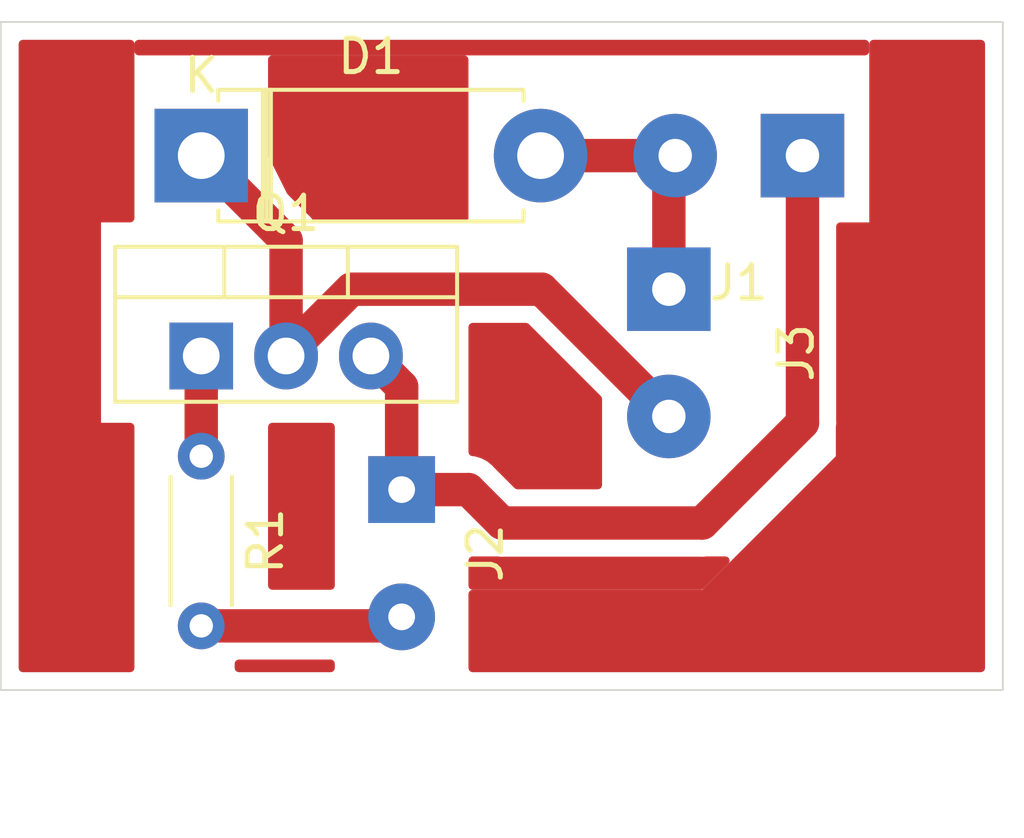
<source format=kicad_pcb>
(kicad_pcb (version 20171130) (host pcbnew "(5.1.4)-1")

  (general
    (thickness 1.6)
    (drawings 4)
    (tracks 19)
    (zones 0)
    (modules 6)
    (nets 6)
  )

  (page A4)
  (layers
    (0 F.Cu signal)
    (31 B.Cu signal)
    (32 B.Adhes user)
    (33 F.Adhes user)
    (34 B.Paste user)
    (35 F.Paste user)
    (36 B.SilkS user)
    (37 F.SilkS user)
    (38 B.Mask user)
    (39 F.Mask user)
    (40 Dwgs.User user)
    (41 Cmts.User user)
    (42 Eco1.User user)
    (43 Eco2.User user)
    (44 Edge.Cuts user)
    (45 Margin user)
    (46 B.CrtYd user)
    (47 F.CrtYd user)
    (48 B.Fab user)
    (49 F.Fab user)
  )

  (setup
    (last_trace_width 0.25)
    (user_trace_width 1)
    (trace_clearance 0.2)
    (zone_clearance 0.508)
    (zone_45_only no)
    (trace_min 0.2)
    (via_size 0.8)
    (via_drill 0.4)
    (via_min_size 0.4)
    (via_min_drill 0.3)
    (user_via 1.5 1)
    (uvia_size 0.3)
    (uvia_drill 0.1)
    (uvias_allowed no)
    (uvia_min_size 0.2)
    (uvia_min_drill 0.1)
    (edge_width 0.05)
    (segment_width 0.2)
    (pcb_text_width 0.3)
    (pcb_text_size 1.5 1.5)
    (mod_edge_width 0.12)
    (mod_text_size 1 1)
    (mod_text_width 0.15)
    (pad_size 1.524 1.524)
    (pad_drill 0.762)
    (pad_to_mask_clearance 0.051)
    (solder_mask_min_width 0.25)
    (aux_axis_origin 0 0)
    (visible_elements 7FFFFFFF)
    (pcbplotparams
      (layerselection 0x010fc_ffffffff)
      (usegerberextensions false)
      (usegerberattributes false)
      (usegerberadvancedattributes false)
      (creategerberjobfile false)
      (excludeedgelayer true)
      (linewidth 0.100000)
      (plotframeref false)
      (viasonmask false)
      (mode 1)
      (useauxorigin false)
      (hpglpennumber 1)
      (hpglpenspeed 20)
      (hpglpendiameter 15.000000)
      (psnegative false)
      (psa4output false)
      (plotreference true)
      (plotvalue true)
      (plotinvisibletext false)
      (padsonsilk false)
      (subtractmaskfromsilk false)
      (outputformat 1)
      (mirror false)
      (drillshape 1)
      (scaleselection 1)
      (outputdirectory ""))
  )

  (net 0 "")
  (net 1 "Net-(D1-Pad2)")
  (net 2 "Net-(D1-Pad1)")
  (net 3 GND)
  (net 4 "Net-(J2-Pad2)")
  (net 5 "Net-(Q1-Pad1)")

  (net_class Default "Esta es la clase de red por defecto."
    (clearance 0.2)
    (trace_width 0.25)
    (via_dia 0.8)
    (via_drill 0.4)
    (uvia_dia 0.3)
    (uvia_drill 0.1)
    (add_net GND)
    (add_net "Net-(D1-Pad1)")
    (add_net "Net-(D1-Pad2)")
    (add_net "Net-(J2-Pad2)")
    (add_net "Net-(Q1-Pad1)")
  )

  (module Resistor_THT:R_Axial_DIN0204_L3.6mm_D1.6mm_P5.08mm_Horizontal (layer F.Cu) (tedit 5AE5139B) (tstamp 5DC0E001)
    (at 138 98 270)
    (descr "Resistor, Axial_DIN0204 series, Axial, Horizontal, pin pitch=5.08mm, 0.167W, length*diameter=3.6*1.6mm^2, http://cdn-reichelt.de/documents/datenblatt/B400/1_4W%23YAG.pdf")
    (tags "Resistor Axial_DIN0204 series Axial Horizontal pin pitch 5.08mm 0.167W length 3.6mm diameter 1.6mm")
    (path /5DC0D4FE)
    (fp_text reference R1 (at 2.54 -1.92 90) (layer F.SilkS)
      (effects (font (size 1 1) (thickness 0.15)))
    )
    (fp_text value R (at 2.54 1.92 90) (layer F.Fab)
      (effects (font (size 1 1) (thickness 0.15)))
    )
    (fp_text user %R (at 2.54 0 90) (layer F.Fab)
      (effects (font (size 0.72 0.72) (thickness 0.108)))
    )
    (fp_line (start 6.03 -1.05) (end -0.95 -1.05) (layer F.CrtYd) (width 0.05))
    (fp_line (start 6.03 1.05) (end 6.03 -1.05) (layer F.CrtYd) (width 0.05))
    (fp_line (start -0.95 1.05) (end 6.03 1.05) (layer F.CrtYd) (width 0.05))
    (fp_line (start -0.95 -1.05) (end -0.95 1.05) (layer F.CrtYd) (width 0.05))
    (fp_line (start 0.62 0.92) (end 4.46 0.92) (layer F.SilkS) (width 0.12))
    (fp_line (start 0.62 -0.92) (end 4.46 -0.92) (layer F.SilkS) (width 0.12))
    (fp_line (start 5.08 0) (end 4.34 0) (layer F.Fab) (width 0.1))
    (fp_line (start 0 0) (end 0.74 0) (layer F.Fab) (width 0.1))
    (fp_line (start 4.34 -0.8) (end 0.74 -0.8) (layer F.Fab) (width 0.1))
    (fp_line (start 4.34 0.8) (end 4.34 -0.8) (layer F.Fab) (width 0.1))
    (fp_line (start 0.74 0.8) (end 4.34 0.8) (layer F.Fab) (width 0.1))
    (fp_line (start 0.74 -0.8) (end 0.74 0.8) (layer F.Fab) (width 0.1))
    (pad 2 thru_hole oval (at 5.08 0 270) (size 1.4 1.4) (drill 0.7) (layers *.Cu *.Mask)
      (net 4 "Net-(J2-Pad2)"))
    (pad 1 thru_hole circle (at 0 0 270) (size 1.4 1.4) (drill 0.7) (layers *.Cu *.Mask)
      (net 5 "Net-(Q1-Pad1)"))
    (model ${KISYS3DMOD}/Resistor_THT.3dshapes/R_Axial_DIN0204_L3.6mm_D1.6mm_P5.08mm_Horizontal.wrl
      (at (xyz 0 0 0))
      (scale (xyz 1 1 1))
      (rotate (xyz 0 0 0))
    )
  )

  (module Package_TO_SOT_THT:TO-220-3_Vertical (layer F.Cu) (tedit 5AC8BA0D) (tstamp 5DC0DFEE)
    (at 138 95)
    (descr "TO-220-3, Vertical, RM 2.54mm, see https://www.vishay.com/docs/66542/to-220-1.pdf")
    (tags "TO-220-3 Vertical RM 2.54mm")
    (path /5DC0DE0A)
    (fp_text reference Q1 (at 2.54 -4.27) (layer F.SilkS)
      (effects (font (size 1 1) (thickness 0.15)))
    )
    (fp_text value TIP120 (at 2.54 2.5) (layer F.Fab)
      (effects (font (size 1 1) (thickness 0.15)))
    )
    (fp_text user %R (at 2.54 -4.27) (layer F.Fab)
      (effects (font (size 1 1) (thickness 0.15)))
    )
    (fp_line (start 7.79 -3.4) (end -2.71 -3.4) (layer F.CrtYd) (width 0.05))
    (fp_line (start 7.79 1.51) (end 7.79 -3.4) (layer F.CrtYd) (width 0.05))
    (fp_line (start -2.71 1.51) (end 7.79 1.51) (layer F.CrtYd) (width 0.05))
    (fp_line (start -2.71 -3.4) (end -2.71 1.51) (layer F.CrtYd) (width 0.05))
    (fp_line (start 4.391 -3.27) (end 4.391 -1.76) (layer F.SilkS) (width 0.12))
    (fp_line (start 0.69 -3.27) (end 0.69 -1.76) (layer F.SilkS) (width 0.12))
    (fp_line (start -2.58 -1.76) (end 7.66 -1.76) (layer F.SilkS) (width 0.12))
    (fp_line (start 7.66 -3.27) (end 7.66 1.371) (layer F.SilkS) (width 0.12))
    (fp_line (start -2.58 -3.27) (end -2.58 1.371) (layer F.SilkS) (width 0.12))
    (fp_line (start -2.58 1.371) (end 7.66 1.371) (layer F.SilkS) (width 0.12))
    (fp_line (start -2.58 -3.27) (end 7.66 -3.27) (layer F.SilkS) (width 0.12))
    (fp_line (start 4.39 -3.15) (end 4.39 -1.88) (layer F.Fab) (width 0.1))
    (fp_line (start 0.69 -3.15) (end 0.69 -1.88) (layer F.Fab) (width 0.1))
    (fp_line (start -2.46 -1.88) (end 7.54 -1.88) (layer F.Fab) (width 0.1))
    (fp_line (start 7.54 -3.15) (end -2.46 -3.15) (layer F.Fab) (width 0.1))
    (fp_line (start 7.54 1.25) (end 7.54 -3.15) (layer F.Fab) (width 0.1))
    (fp_line (start -2.46 1.25) (end 7.54 1.25) (layer F.Fab) (width 0.1))
    (fp_line (start -2.46 -3.15) (end -2.46 1.25) (layer F.Fab) (width 0.1))
    (pad 3 thru_hole oval (at 5.08 0) (size 1.905 2) (drill 1.1) (layers *.Cu *.Mask)
      (net 3 GND))
    (pad 2 thru_hole oval (at 2.54 0) (size 1.905 2) (drill 1.1) (layers *.Cu *.Mask)
      (net 2 "Net-(D1-Pad1)"))
    (pad 1 thru_hole rect (at 0 0) (size 1.905 2) (drill 1.1) (layers *.Cu *.Mask)
      (net 5 "Net-(Q1-Pad1)"))
    (model ${KISYS3DMOD}/Package_TO_SOT_THT.3dshapes/TO-220-3_Vertical.wrl
      (at (xyz 0 0 0))
      (scale (xyz 1 1 1))
      (rotate (xyz 0 0 0))
    )
  )

  (module Connector_Wire:SolderWirePad_1x02_P3.81mm_Drill1mm (layer F.Cu) (tedit 5AEE5F04) (tstamp 5DC0DFD4)
    (at 152 93 270)
    (descr "Wire solder connection")
    (tags connector)
    (path /5DC12340)
    (attr virtual)
    (fp_text reference J3 (at 1.905 -3.81 90) (layer F.SilkS)
      (effects (font (size 1 1) (thickness 0.15)))
    )
    (fp_text value Screw_Terminal_01x02 (at 1.905 3.81 90) (layer F.Fab)
      (effects (font (size 1 1) (thickness 0.15)))
    )
    (fp_line (start 5.56 1.75) (end -1.74 1.75) (layer F.CrtYd) (width 0.05))
    (fp_line (start 5.56 1.75) (end 5.56 -1.75) (layer F.CrtYd) (width 0.05))
    (fp_line (start -1.74 -1.75) (end -1.74 1.75) (layer F.CrtYd) (width 0.05))
    (fp_line (start -1.74 -1.75) (end 5.56 -1.75) (layer F.CrtYd) (width 0.05))
    (fp_text user %R (at 1.905 0 90) (layer F.Fab)
      (effects (font (size 1 1) (thickness 0.15)))
    )
    (pad 2 thru_hole circle (at 3.81 0 270) (size 2.49936 2.49936) (drill 1.00076) (layers *.Cu *.Mask)
      (net 2 "Net-(D1-Pad1)"))
    (pad 1 thru_hole rect (at 0 0 270) (size 2.49936 2.49936) (drill 1.00076) (layers *.Cu *.Mask)
      (net 1 "Net-(D1-Pad2)"))
  )

  (module Connector_Wire:SolderWirePad_1x02_P3.81mm_Drill0.8mm (layer F.Cu) (tedit 5AEE54BF) (tstamp 5DC0DFC9)
    (at 144 99 270)
    (descr "Wire solder connection")
    (tags connector)
    (path /5DC10105)
    (attr virtual)
    (fp_text reference J2 (at 1.905 -2.5 90) (layer F.SilkS)
      (effects (font (size 1 1) (thickness 0.15)))
    )
    (fp_text value Screw_Terminal_01x02 (at 1.905 2.54 90) (layer F.Fab)
      (effects (font (size 1 1) (thickness 0.15)))
    )
    (fp_line (start 5.31 1.5) (end -1.49 1.5) (layer F.CrtYd) (width 0.05))
    (fp_line (start 5.31 1.5) (end 5.31 -1.5) (layer F.CrtYd) (width 0.05))
    (fp_line (start -1.49 -1.5) (end -1.49 1.5) (layer F.CrtYd) (width 0.05))
    (fp_line (start -1.49 -1.5) (end 5.31 -1.5) (layer F.CrtYd) (width 0.05))
    (fp_text user %R (at 1.905 0 90) (layer F.Fab)
      (effects (font (size 1 1) (thickness 0.15)))
    )
    (pad 2 thru_hole circle (at 3.81 0 270) (size 1.99898 1.99898) (drill 0.8001) (layers *.Cu *.Mask)
      (net 4 "Net-(J2-Pad2)"))
    (pad 1 thru_hole rect (at 0 0 270) (size 1.99898 1.99898) (drill 0.8001) (layers *.Cu *.Mask)
      (net 3 GND))
  )

  (module Connector_Wire:SolderWirePad_1x02_P3.81mm_Drill1mm (layer F.Cu) (tedit 5AEE5F04) (tstamp 5DC0DFBE)
    (at 156 89 180)
    (descr "Wire solder connection")
    (tags connector)
    (path /5DC1327D)
    (attr virtual)
    (fp_text reference J1 (at 1.905 -3.81) (layer F.SilkS)
      (effects (font (size 1 1) (thickness 0.15)))
    )
    (fp_text value Screw_Terminal_01x02 (at 1.905 3.81) (layer F.Fab)
      (effects (font (size 1 1) (thickness 0.15)))
    )
    (fp_line (start 5.56 1.75) (end -1.74 1.75) (layer F.CrtYd) (width 0.05))
    (fp_line (start 5.56 1.75) (end 5.56 -1.75) (layer F.CrtYd) (width 0.05))
    (fp_line (start -1.74 -1.75) (end -1.74 1.75) (layer F.CrtYd) (width 0.05))
    (fp_line (start -1.74 -1.75) (end 5.56 -1.75) (layer F.CrtYd) (width 0.05))
    (fp_text user %R (at 1.905 0) (layer F.Fab)
      (effects (font (size 1 1) (thickness 0.15)))
    )
    (pad 2 thru_hole circle (at 3.81 0 180) (size 2.49936 2.49936) (drill 1.00076) (layers *.Cu *.Mask)
      (net 1 "Net-(D1-Pad2)"))
    (pad 1 thru_hole rect (at 0 0 180) (size 2.49936 2.49936) (drill 1.00076) (layers *.Cu *.Mask)
      (net 3 GND))
  )

  (module Diode_THT:D_5W_P10.16mm_Horizontal (layer F.Cu) (tedit 5AE50CD5) (tstamp 5DC0DFB3)
    (at 138 89)
    (descr "Diode, 5W series, Axial, Horizontal, pin pitch=10.16mm, , length*diameter=8.9*3.7mm^2, , http://www.diodes.com/_files/packages/8686949.gif")
    (tags "Diode 5W series Axial Horizontal pin pitch 10.16mm  length 8.9mm diameter 3.7mm")
    (path /5DC0F6D0)
    (fp_text reference D1 (at 5.08 -2.97) (layer F.SilkS)
      (effects (font (size 1 1) (thickness 0.15)))
    )
    (fp_text value DIODE (at 5.08 2.97) (layer F.Fab)
      (effects (font (size 1 1) (thickness 0.15)))
    )
    (fp_text user K (at 0 -2.4) (layer F.SilkS)
      (effects (font (size 1 1) (thickness 0.15)))
    )
    (fp_text user K (at 0 -2.4) (layer F.Fab)
      (effects (font (size 1 1) (thickness 0.15)))
    )
    (fp_text user %R (at 5.7475 0) (layer F.Fab)
      (effects (font (size 1 1) (thickness 0.15)))
    )
    (fp_line (start 11.81 -2.1) (end -1.65 -2.1) (layer F.CrtYd) (width 0.05))
    (fp_line (start 11.81 2.1) (end 11.81 -2.1) (layer F.CrtYd) (width 0.05))
    (fp_line (start -1.65 2.1) (end 11.81 2.1) (layer F.CrtYd) (width 0.05))
    (fp_line (start -1.65 -2.1) (end -1.65 2.1) (layer F.CrtYd) (width 0.05))
    (fp_line (start 1.845 -1.97) (end 1.845 1.97) (layer F.SilkS) (width 0.12))
    (fp_line (start 2.085 -1.97) (end 2.085 1.97) (layer F.SilkS) (width 0.12))
    (fp_line (start 1.965 -1.97) (end 1.965 1.97) (layer F.SilkS) (width 0.12))
    (fp_line (start 9.65 1.97) (end 9.65 1.64) (layer F.SilkS) (width 0.12))
    (fp_line (start 0.51 1.97) (end 9.65 1.97) (layer F.SilkS) (width 0.12))
    (fp_line (start 0.51 1.64) (end 0.51 1.97) (layer F.SilkS) (width 0.12))
    (fp_line (start 9.65 -1.97) (end 9.65 -1.64) (layer F.SilkS) (width 0.12))
    (fp_line (start 0.51 -1.97) (end 9.65 -1.97) (layer F.SilkS) (width 0.12))
    (fp_line (start 0.51 -1.64) (end 0.51 -1.97) (layer F.SilkS) (width 0.12))
    (fp_line (start 1.865 -1.85) (end 1.865 1.85) (layer F.Fab) (width 0.1))
    (fp_line (start 2.065 -1.85) (end 2.065 1.85) (layer F.Fab) (width 0.1))
    (fp_line (start 1.965 -1.85) (end 1.965 1.85) (layer F.Fab) (width 0.1))
    (fp_line (start 10.16 0) (end 9.53 0) (layer F.Fab) (width 0.1))
    (fp_line (start 0 0) (end 0.63 0) (layer F.Fab) (width 0.1))
    (fp_line (start 9.53 -1.85) (end 0.63 -1.85) (layer F.Fab) (width 0.1))
    (fp_line (start 9.53 1.85) (end 9.53 -1.85) (layer F.Fab) (width 0.1))
    (fp_line (start 0.63 1.85) (end 9.53 1.85) (layer F.Fab) (width 0.1))
    (fp_line (start 0.63 -1.85) (end 0.63 1.85) (layer F.Fab) (width 0.1))
    (pad 2 thru_hole oval (at 10.16 0) (size 2.8 2.8) (drill 1.4) (layers *.Cu *.Mask)
      (net 1 "Net-(D1-Pad2)"))
    (pad 1 thru_hole rect (at 0 0) (size 2.8 2.8) (drill 1.4) (layers *.Cu *.Mask)
      (net 2 "Net-(D1-Pad1)"))
    (model ${KISYS3DMOD}/Diode_THT.3dshapes/D_5W_P10.16mm_Horizontal.wrl
      (at (xyz 0 0 0))
      (scale (xyz 1 1 1))
      (rotate (xyz 0 0 0))
    )
  )

  (gr_line (start 162 85) (end 132 85) (layer Edge.Cuts) (width 0.05) (tstamp 5DC0E1FC))
  (gr_line (start 162 105) (end 162 85) (layer Edge.Cuts) (width 0.05))
  (gr_line (start 132 105) (end 162 105) (layer Edge.Cuts) (width 0.05))
  (gr_line (start 132 85) (end 132 105) (layer Edge.Cuts) (width 0.05))

  (segment (start 152.19 89) (end 148.16 89) (width 1) (layer F.Cu) (net 1))
  (segment (start 152 89.19) (end 152.19 89) (width 1) (layer F.Cu) (net 1))
  (segment (start 152 93) (end 152 89.19) (width 1) (layer F.Cu) (net 1))
  (segment (start 140.54 91.54) (end 140.54 95) (width 1) (layer F.Cu) (net 2))
  (segment (start 138 89) (end 140.54 91.54) (width 1) (layer F.Cu) (net 2))
  (segment (start 148.19 93) (end 152 96.81) (width 1) (layer F.Cu) (net 2))
  (segment (start 142.4925 93) (end 148.19 93) (width 1) (layer F.Cu) (net 2))
  (segment (start 140.54 95) (end 140.54 94.9525) (width 1) (layer F.Cu) (net 2))
  (segment (start 140.54 94.9525) (end 142.4925 93) (width 1) (layer F.Cu) (net 2))
  (segment (start 144 95.92) (end 143.08 95) (width 1) (layer F.Cu) (net 3))
  (segment (start 144 99) (end 144 95.92) (width 1) (layer F.Cu) (net 3))
  (segment (start 156 97) (end 156 89) (width 1) (layer F.Cu) (net 3))
  (segment (start 146.99949 100) (end 153 100) (width 1) (layer F.Cu) (net 3))
  (segment (start 153 100) (end 156 97) (width 1) (layer F.Cu) (net 3))
  (segment (start 144 99) (end 145.99949 99) (width 1) (layer F.Cu) (net 3))
  (segment (start 145.99949 99) (end 146.99949 100) (width 1) (layer F.Cu) (net 3))
  (segment (start 143.73 103.08) (end 144 102.81) (width 1) (layer F.Cu) (net 4))
  (segment (start 138 103.08) (end 143.73 103.08) (width 1) (layer F.Cu) (net 4))
  (segment (start 138 95) (end 138 98) (width 1) (layer F.Cu) (net 5))

  (zone (net 0) (net_name "") (layer F.Cu) (tstamp 0) (hatch edge 0.508)
    (connect_pads (clearance 0.508))
    (min_thickness 0.254)
    (fill yes (arc_segments 32) (thermal_gap 0.508) (thermal_bridge_width 0.508))
    (polygon
      (pts
        (xy 157 91) (xy 157 98) (xy 153 102) (xy 146 102) (xy 146 105)
        (xy 162 105) (xy 162 85) (xy 158 85) (xy 158 91)
      )
    )
    (filled_polygon
      (pts
        (xy 161.34 104.34) (xy 146.127 104.34) (xy 146.127 102.127) (xy 153 102.127) (xy 153.024776 102.12456)
        (xy 153.048601 102.117333) (xy 153.070557 102.105597) (xy 153.089803 102.089803) (xy 157.089803 98.089803) (xy 157.105597 98.070557)
        (xy 157.117333 98.048601) (xy 157.12456 98.024776) (xy 157.127 98) (xy 157.127 97.136978) (xy 157.140491 97)
        (xy 157.135 96.944248) (xy 157.135 91.127) (xy 158 91.127) (xy 158.024776 91.12456) (xy 158.048601 91.117333)
        (xy 158.070557 91.105597) (xy 158.089803 91.089803) (xy 158.105597 91.070557) (xy 158.117333 91.048601) (xy 158.12456 91.024776)
        (xy 158.127 91) (xy 158.127 85.66) (xy 161.340001 85.66)
      )
    )
  )
  (zone (net 0) (net_name "") (layer F.Cu) (tstamp 0) (hatch edge 0.508)
    (connect_pads (clearance 0.508))
    (min_thickness 0.254)
    (fill yes (arc_segments 32) (thermal_gap 0.508) (thermal_bridge_width 0.508))
    (polygon
      (pts
        (xy 146 102) (xy 146 101) (xy 154 101) (xy 153 102)
      )
    )
    (filled_polygon
      (pts
        (xy 146.99949 101.140491) (xy 147.055242 101.135) (xy 152.944249 101.135) (xy 153 101.140491) (xy 153.055751 101.135)
        (xy 153.055752 101.135) (xy 153.136978 101.127) (xy 153.693394 101.127) (xy 152.947394 101.873) (xy 146.127 101.873)
        (xy 146.127 101.127) (xy 146.862512 101.127)
      )
    )
  )
  (zone (net 0) (net_name "") (layer F.Cu) (tstamp 0) (hatch edge 0.508)
    (connect_pads (clearance 0.508))
    (min_thickness 0.254)
    (fill yes (arc_segments 32) (thermal_gap 0.508) (thermal_bridge_width 0.508))
    (polygon
      (pts
        (xy 136 91) (xy 136 86) (xy 136 85) (xy 132 85) (xy 132 105)
        (xy 136 105) (xy 136 97) (xy 135 97) (xy 135 91)
      )
    )
    (filled_polygon
      (pts
        (xy 135.873 90.873) (xy 135 90.873) (xy 134.975224 90.87544) (xy 134.951399 90.882667) (xy 134.929443 90.894403)
        (xy 134.910197 90.910197) (xy 134.894403 90.929443) (xy 134.882667 90.951399) (xy 134.87544 90.975224) (xy 134.873 91)
        (xy 134.873 97) (xy 134.87544 97.024776) (xy 134.882667 97.048601) (xy 134.894403 97.070557) (xy 134.910197 97.089803)
        (xy 134.929443 97.105597) (xy 134.951399 97.117333) (xy 134.975224 97.12456) (xy 135 97.127) (xy 135.873 97.127)
        (xy 135.873 104.34) (xy 132.66 104.34) (xy 132.66 85.66) (xy 135.873 85.66)
      )
    )
  )
  (zone (net 0) (net_name "") (layer F.Cu) (tstamp 0) (hatch edge 0.508)
    (connect_pads (clearance 0.508))
    (min_thickness 0.254)
    (fill yes (arc_segments 32) (thermal_gap 0.508) (thermal_bridge_width 0.508))
    (polygon
      (pts
        (xy 136 86) (xy 158 86) (xy 158 85) (xy 136 85)
      )
    )
    (filled_polygon
      (pts
        (xy 157.873 85.873) (xy 136.127 85.873) (xy 136.127 85.66) (xy 157.873 85.66)
      )
    )
  )
  (zone (net 0) (net_name "") (layer F.Cu) (tstamp 0) (hatch edge 0.508)
    (connect_pads (clearance 0.508))
    (min_thickness 0.254)
    (fill yes (arc_segments 32) (thermal_gap 0.508) (thermal_bridge_width 0.508))
    (polygon
      (pts
        (xy 146 94) (xy 146 98) (xy 147 99) (xy 150 99) (xy 150 96)
        (xy 148 94)
      )
    )
    (filled_polygon
      (pts
        (xy 149.873 96.288132) (xy 149.873 98.865) (xy 147.469622 98.865) (xy 146.841485 98.236864) (xy 146.805939 98.193551)
        (xy 146.633113 98.051716) (xy 146.435937 97.946324) (xy 146.221989 97.881423) (xy 146.127 97.872067) (xy 146.127 94.135)
        (xy 147.719869 94.135)
      )
    )
  )
  (zone (net 0) (net_name "") (layer F.Cu) (tstamp 0) (hatch edge 0.508)
    (connect_pads (clearance 0.508))
    (min_thickness 0.254)
    (fill yes (arc_segments 32) (thermal_gap 0.508) (thermal_bridge_width 0.508))
    (polygon
      (pts
        (xy 140 97) (xy 142 97) (xy 142 102) (xy 140 102)
      )
    )
    (filled_polygon
      (pts
        (xy 141.873 101.873) (xy 140.127 101.873) (xy 140.127 97.127) (xy 141.873 97.127)
      )
    )
  )
  (zone (net 0) (net_name "") (layer F.Cu) (tstamp 0) (hatch edge 0.508)
    (connect_pads (clearance 0.508))
    (min_thickness 0.254)
    (fill yes (arc_segments 32) (thermal_gap 0.508) (thermal_bridge_width 0.508))
    (polygon
      (pts
        (xy 140 86) (xy 140 89) (xy 141 91) (xy 146 91) (xy 146 86)
      )
    )
    (filled_polygon
      (pts
        (xy 145.873 90.873) (xy 141.460892 90.873) (xy 141.346449 90.733551) (xy 141.303141 90.698009) (xy 140.678848 90.073717)
        (xy 140.127 88.97002) (xy 140.127 86.127) (xy 145.873 86.127)
      )
    )
  )
  (zone (net 0) (net_name "") (layer F.Cu) (tstamp 0) (hatch edge 0.508)
    (connect_pads (clearance 0.508))
    (min_thickness 0.254)
    (fill yes (arc_segments 32) (thermal_gap 0.508) (thermal_bridge_width 0.508))
    (polygon
      (pts
        (xy 139 104) (xy 139 105) (xy 142 105) (xy 142 104)
      )
    )
    (filled_polygon
      (pts
        (xy 141.873 104.34) (xy 139.127 104.34) (xy 139.127 104.215) (xy 141.873 104.215)
      )
    )
  )
)

</source>
